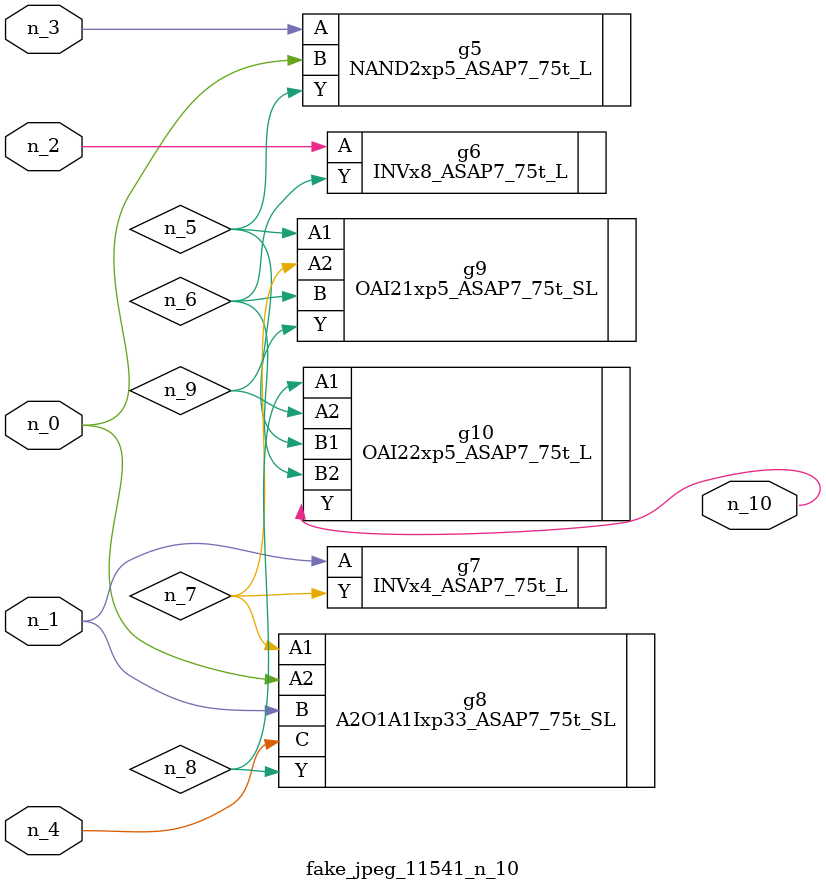
<source format=v>
module fake_jpeg_11541_n_10 (n_3, n_2, n_1, n_0, n_4, n_10);

input n_3;
input n_2;
input n_1;
input n_0;
input n_4;

output n_10;

wire n_8;
wire n_9;
wire n_6;
wire n_5;
wire n_7;

NAND2xp5_ASAP7_75t_L g5 ( 
.A(n_3),
.B(n_0),
.Y(n_5)
);

INVx8_ASAP7_75t_L g6 ( 
.A(n_2),
.Y(n_6)
);

INVx4_ASAP7_75t_L g7 ( 
.A(n_1),
.Y(n_7)
);

A2O1A1Ixp33_ASAP7_75t_SL g8 ( 
.A1(n_7),
.A2(n_0),
.B(n_1),
.C(n_4),
.Y(n_8)
);

OAI22xp5_ASAP7_75t_L g10 ( 
.A1(n_8),
.A2(n_9),
.B1(n_5),
.B2(n_6),
.Y(n_10)
);

OAI21xp5_ASAP7_75t_SL g9 ( 
.A1(n_5),
.A2(n_7),
.B(n_6),
.Y(n_9)
);


endmodule
</source>
